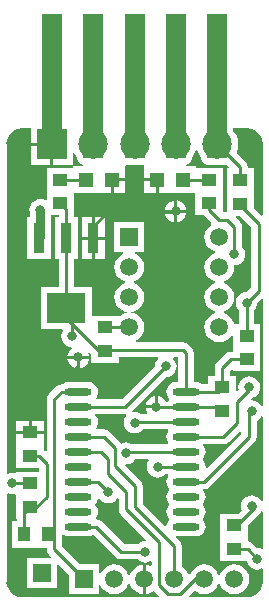
<source format=gtl>
%FSTAX24Y24*%
%MOIN*%
G70*
G01*
G75*
G04 Layer_Physical_Order=1*
G04 Layer_Color=255*
%ADD10R,0.0512X0.0394*%
%ADD11O,0.0906X0.0236*%
%ADD12R,0.0394X0.0512*%
%ADD13R,0.1299X0.1004*%
%ADD14R,0.0374X0.1004*%
%ADD15R,0.0472X0.0512*%
%ADD16C,0.0100*%
%ADD17C,0.0300*%
%ADD18R,0.0650X0.4803*%
%ADD19C,0.0591*%
%ADD20R,0.0591X0.0591*%
%ADD21C,0.0984*%
%ADD22R,0.0984X0.0984*%
%ADD23C,0.0320*%
G36*
X242238Y186172D02*
Y186106D01*
X241089Y184957D01*
X241044Y184979D01*
X241047Y185D01*
X241036Y185083D01*
X241004Y18516D01*
X240953Y185226D01*
Y185273D01*
X241004Y185339D01*
X241036Y185417D01*
X241047Y1855D01*
X241036Y185583D01*
X241004Y18566D01*
X240953Y185726D01*
X240959Y185745D01*
X24164D01*
X241738Y185764D01*
X24182Y185819D01*
X24182Y185819D01*
X24182Y185819D01*
X242192Y186191D01*
X242238Y186172D01*
D02*
G37*
G36*
X23841Y186704D02*
X23837Y186652D01*
X238334Y186564D01*
X238321Y18647D01*
X238334Y186376D01*
X23837Y186289D01*
X238428Y186213D01*
X238503Y186156D01*
X23859Y186119D01*
X238684Y186107D01*
X238778Y186119D01*
X238866Y186156D01*
X238941Y186213D01*
X238965Y186245D01*
X239787D01*
X239809Y1862D01*
X239779Y18616D01*
X239747Y186083D01*
X239736Y186D01*
X239747Y185917D01*
X239779Y185839D01*
X239809Y185799D01*
X239787Y185755D01*
X238594D01*
X238582Y185764D01*
X238494Y1858D01*
X2384Y185813D01*
X238306Y1858D01*
X238233Y18577D01*
X23822Y18579D01*
X23783Y18618D01*
X237748Y186235D01*
X23765Y186255D01*
X237413D01*
X237391Y186299D01*
X237421Y186339D01*
X237453Y186417D01*
X237464Y1865D01*
X237453Y186583D01*
X237421Y18666D01*
X23737Y186726D01*
X237376Y186745D01*
X238374D01*
X238384Y186747D01*
X23841Y186704D01*
D02*
G37*
G36*
X240136Y18782D02*
X240057D01*
X239974Y18781D01*
X239896Y187777D01*
X23983Y187726D01*
X239779Y18766D01*
X239747Y187583D01*
X239736Y1875D01*
X239747Y187417D01*
X239779Y187339D01*
X23983Y187273D01*
Y187226D01*
X23978Y187162D01*
X23973Y187168D01*
X239725Y187181D01*
X239667Y187256D01*
X239592Y187314D01*
X239505Y18735D01*
X239461Y187356D01*
Y186999D01*
X239411D01*
Y18695D01*
X239054D01*
X23906Y186906D01*
X239096Y186818D01*
X239111Y186799D01*
X239088Y186754D01*
X238905D01*
X238866Y186785D01*
X238778Y186821D01*
X238684Y186833D01*
X238627Y186826D01*
X238605Y186871D01*
X239715Y187981D01*
X239718Y18798D01*
X239812Y187993D01*
X239899Y188029D01*
X239974Y188087D01*
X240032Y188162D01*
X240068Y188249D01*
X240081Y188343D01*
X240068Y188437D01*
X240032Y188525D01*
X239974Y1886D01*
X239972Y188602D01*
X239988Y18865D01*
X240136D01*
Y18782D01*
D02*
G37*
G36*
X242563Y192992D02*
Y190979D01*
X242417Y190832D01*
X242415Y190833D01*
X242321Y19082D01*
X242233Y190784D01*
X242158Y190726D01*
X2421Y190651D01*
X242064Y190563D01*
X242051Y190469D01*
X242064Y190375D01*
X2421Y190288D01*
X242158Y190213D01*
X24216Y190211D01*
Y189764D01*
X241985D01*
X241983Y189779D01*
X241933Y189899D01*
X241853Y190003D01*
X24175Y190082D01*
X241647Y190125D01*
Y190175D01*
X24175Y190217D01*
X241853Y190296D01*
X241933Y1904D01*
X241983Y19052D01*
X242Y19065D01*
X241983Y190779D01*
X241933Y190899D01*
X241853Y191003D01*
X24175Y191082D01*
X241647Y191125D01*
Y191175D01*
X24175Y191217D01*
X241853Y191296D01*
X241933Y1914D01*
X241983Y19152D01*
X242Y19165D01*
X241993Y191702D01*
X242011Y19172D01*
X242105Y191733D01*
X242193Y191769D01*
X242268Y191827D01*
X242325Y191902D01*
X242362Y19199D01*
X242374Y192084D01*
X242362Y192178D01*
X242325Y192265D01*
X242268Y19234D01*
X242266Y192342D01*
Y192989D01*
X242247Y193087D01*
X242191Y193169D01*
X242047Y193314D01*
X242066Y19336D01*
X242195D01*
X242563Y192992D01*
D02*
G37*
G36*
X242957Y190586D02*
Y187033D01*
X242908Y187023D01*
X242905Y187031D01*
X242847Y187106D01*
X242772Y187164D01*
X242684Y1872D01*
X24259Y187213D01*
X242568Y187257D01*
X242621Y18731D01*
X242682Y187335D01*
X242757Y187393D01*
X242814Y187468D01*
X242851Y187556D01*
X242863Y18765D01*
X242851Y187744D01*
X242814Y187831D01*
X242757Y187906D01*
X242682Y187964D01*
X242594Y188D01*
X2425Y188013D01*
X242406Y188D01*
X242318Y187964D01*
X242243Y187906D01*
X242186Y187831D01*
X242149Y187744D01*
X242137Y18765D01*
X242149Y187559D01*
X242102Y187512D01*
X242056Y187531D01*
Y18804D01*
X241855D01*
Y188191D01*
X241912Y188249D01*
X241959Y188229D01*
Y188183D01*
X24287D01*
Y18897D01*
Y189764D01*
X242669D01*
Y190211D01*
X242671Y190213D01*
X242729Y190288D01*
X242765Y190375D01*
X242778Y190469D01*
X242777Y190472D01*
X242911Y190605D01*
X242957Y190586D01*
D02*
G37*
G36*
Y183498D02*
Y182293D01*
X242915Y182265D01*
X242863Y182287D01*
X242769Y182299D01*
X242767Y182299D01*
X242629Y182436D01*
X242546Y182491D01*
X242456Y182509D01*
Y182646D01*
Y183045D01*
X24288Y183469D01*
X242909Y183512D01*
X242957Y183498D01*
D02*
G37*
G36*
X234512Y184093D02*
X234606Y18408D01*
X2347Y184093D01*
X234703Y184093D01*
X234744Y184066D01*
Y184046D01*
Y183259D01*
X234751D01*
Y183206D01*
X234609D01*
Y182294D01*
X235745D01*
Y18225D01*
X235765Y182152D01*
X23582Y182069D01*
X235898Y181991D01*
X235879Y181945D01*
X235105D01*
Y180954D01*
X236095D01*
Y181729D01*
X236141Y181748D01*
X236505Y181384D01*
Y180754D01*
X237495D01*
Y181046D01*
X237544Y181056D01*
X237567Y181D01*
X237647Y180896D01*
X23775Y180817D01*
X237871Y180767D01*
X238Y18075D01*
X238129Y180767D01*
X23825Y180817D01*
X238353Y180896D01*
X238433Y181D01*
X238475Y181102D01*
X238525D01*
X238567Y181D01*
X238647Y180896D01*
X23875Y180817D01*
X238871Y180767D01*
X23895Y180757D01*
Y18125D01*
Y181743D01*
X238871Y181732D01*
X23875Y181682D01*
X238647Y181603D01*
X238567Y181499D01*
X238525Y181397D01*
X238475D01*
X238433Y181499D01*
X238353Y181603D01*
X23825Y181682D01*
X238129Y181732D01*
X238Y181749D01*
X237871Y181732D01*
X23775Y181682D01*
X237647Y181603D01*
X237567Y181499D01*
X237544Y181444D01*
X237495Y181453D01*
Y181745D01*
X236865D01*
X236255Y182355D01*
Y18271D01*
X2363Y182732D01*
X236314Y182722D01*
X236391Y18269D01*
X236474Y182679D01*
X237143D01*
X237226Y18269D01*
X237304Y182722D01*
X237314Y182729D01*
X238061Y181982D01*
X238144Y181927D01*
X238241Y181907D01*
X238786D01*
X238788Y181906D01*
X238863Y181848D01*
X23895Y181812D01*
X239044Y181799D01*
X239138Y181812D01*
X239208Y181841D01*
X23925Y181813D01*
Y181727D01*
X239208Y181699D01*
X239129Y181732D01*
X23905Y181743D01*
Y18125D01*
Y180757D01*
X239129Y180767D01*
X23925Y180817D01*
X239314Y180866D01*
X239324Y180864D01*
X239324Y180864D01*
X239324Y180864D01*
D01*
X239324Y180864D01*
X239497Y180692D01*
X239478Y180646D01*
X234944D01*
X234931Y180643D01*
X234805Y180659D01*
X234676Y180713D01*
X234564Y180798D01*
X234479Y18091D01*
X234425Y181039D01*
X234409Y181164D01*
X234412Y181178D01*
Y184089D01*
X234453Y184117D01*
X234512Y184093D01*
D02*
G37*
G36*
X238145Y18393D02*
Y183578D01*
X238165Y183481D01*
X23822Y183398D01*
X239047Y182571D01*
X239031Y182524D01*
X23895Y182513D01*
X238863Y182477D01*
X238788Y182419D01*
X238786Y182417D01*
X238347D01*
X237584Y18318D01*
X237502Y183235D01*
X237404Y183255D01*
X237404Y183317D01*
X237421Y183339D01*
X237453Y183417D01*
X237464Y1835D01*
X237453Y183583D01*
X237421Y18366D01*
X23737Y183726D01*
Y183773D01*
X237421Y183839D01*
X237453Y183917D01*
X237455Y183932D01*
X237504Y183945D01*
X237543Y183893D01*
X237618Y183835D01*
X237706Y183799D01*
X2378Y183786D01*
X237894Y183799D01*
X237982Y183835D01*
X238057Y183893D01*
X238098Y183946D01*
X238145Y18393D01*
D02*
G37*
G36*
X23915Y1852D02*
X239136Y185181D01*
X239099Y185094D01*
X239087Y185D01*
X239099Y184906D01*
X239136Y184818D01*
X239193Y184743D01*
X239268Y184685D01*
X239356Y184649D01*
X23945Y184636D01*
X239544Y184649D01*
X239632Y184685D01*
X239707Y184743D01*
X239708Y184745D01*
X239787D01*
X239809Y1847D01*
X239779Y18466D01*
X239747Y184583D01*
X239736Y1845D01*
X239747Y184417D01*
X239779Y184339D01*
X23983Y184273D01*
Y184226D01*
X239779Y18416D01*
X239747Y184083D01*
X239736Y184D01*
X239747Y183917D01*
X239779Y183839D01*
X23983Y183773D01*
Y183726D01*
X239779Y18366D01*
X239747Y183583D01*
X239736Y1835D01*
X239747Y183417D01*
X239779Y183339D01*
X23983Y183273D01*
Y183226D01*
X239779Y18316D01*
X239747Y183083D01*
X239741Y183036D01*
X239693Y18302D01*
X238955Y183758D01*
Y18435D01*
X238936Y184447D01*
X23888Y18453D01*
X238367Y185043D01*
X238389Y185088D01*
X2384Y185086D01*
X238494Y185099D01*
X238582Y185135D01*
X238657Y185193D01*
X238697Y185245D01*
X239128D01*
X23915Y1852D01*
D02*
G37*
G36*
X242957Y186666D02*
Y183851D01*
X242908Y183842D01*
X242896Y183869D01*
X242839Y183945D01*
X242763Y184002D01*
X242676Y184039D01*
X242582Y184051D01*
X242488Y184039D01*
X2424Y184002D01*
X242325Y183945D01*
X242267Y183869D01*
X242231Y183782D01*
X242219Y183688D01*
X242231Y183594D01*
X242247Y183557D01*
X24213Y18344D01*
X241544D01*
Y182646D01*
Y181859D01*
X242416D01*
X242418Y181842D01*
X242454Y181754D01*
X242512Y181679D01*
X242587Y181621D01*
X242675Y181585D01*
X242769Y181573D01*
X242863Y181585D01*
X242915Y181607D01*
X242957Y181579D01*
Y181178D01*
X24296Y181164D01*
X242943Y181039D01*
X242889Y18091D01*
X242804Y180798D01*
X242693Y180713D01*
X242563Y180659D01*
X242438Y180643D01*
X242424Y180646D01*
X240522D01*
X240503Y180692D01*
X240681Y18087D01*
X24075Y180817D01*
X240871Y180767D01*
X241Y18075D01*
X241129Y180767D01*
X24125Y180817D01*
X241353Y180896D01*
X241433Y181D01*
X241475Y181102D01*
X241525D01*
X241567Y181D01*
X241647Y180896D01*
X24175Y180817D01*
X241871Y180767D01*
X242Y18075D01*
X242129Y180767D01*
X24225Y180817D01*
X242353Y180896D01*
X242433Y181D01*
X242483Y18112D01*
X2425Y18125D01*
X242483Y181379D01*
X242433Y181499D01*
X242353Y181603D01*
X24225Y181682D01*
X242129Y181732D01*
X242Y181749D01*
X241871Y181732D01*
X24175Y181682D01*
X241647Y181603D01*
X241567Y181499D01*
X241525Y181397D01*
X241475D01*
X241433Y181499D01*
X241353Y181603D01*
X24125Y181682D01*
X241129Y181732D01*
X241Y181749D01*
X240871Y181732D01*
X24075Y181682D01*
X240647Y181603D01*
X240567Y181499D01*
X240546Y181447D01*
X24052Y18143D01*
X24051Y18142D01*
X240461Y18143D01*
X240433Y181499D01*
X240353Y181603D01*
X240255Y181678D01*
Y182352D01*
X240236Y18245D01*
X24018Y182533D01*
X240049Y182664D01*
X240057Y182679D01*
X240726D01*
X240809Y18269D01*
X240886Y182722D01*
X240953Y182773D01*
X241004Y182839D01*
X241036Y182917D01*
X241047Y183D01*
X241036Y183083D01*
X241004Y18316D01*
X240953Y183226D01*
Y183273D01*
X241004Y183339D01*
X241036Y183417D01*
X241047Y1835D01*
X241036Y183583D01*
X241004Y18366D01*
X240953Y183726D01*
Y183773D01*
X241004Y183839D01*
X241036Y183917D01*
X241047Y184D01*
X241036Y184083D01*
X241004Y18416D01*
X240953Y184226D01*
X240959Y184245D01*
X240992D01*
X24109Y184264D01*
X241172Y184319D01*
X242674Y185821D01*
X242729Y185903D01*
X242748Y186001D01*
Y186525D01*
X242772Y186535D01*
X242847Y186593D01*
X242905Y186668D01*
X242908Y186676D01*
X242957Y186666D01*
D02*
G37*
G36*
X240798Y195479D02*
X240862Y195359D01*
X240911Y195298D01*
Y195273D01*
X240927Y195195D01*
X240971Y195128D01*
X241037Y195084D01*
X241115Y195069D01*
X241286D01*
X241304Y195063D01*
X24144Y19505D01*
X241576Y195063D01*
X241595Y195069D01*
X241756D01*
X241837Y194987D01*
X241818Y194941D01*
X241752D01*
Y194147D01*
Y19349D01*
X24162D01*
Y194167D01*
Y194961D01*
X240735D01*
Y19502D01*
X240397D01*
X240392Y19507D01*
X240465Y195084D01*
X240531Y195128D01*
X240575Y195195D01*
X240591Y195273D01*
Y195298D01*
X24064Y195359D01*
X240705Y195479D01*
X240726Y19555D01*
X240776D01*
X240798Y195479D01*
D02*
G37*
G36*
X242563Y196264D02*
X242693Y19621D01*
X242804Y196125D01*
X242889Y196014D01*
X242943Y195884D01*
X24296Y195759D01*
X242957Y195745D01*
Y193384D01*
X242911Y193365D01*
X242664Y193612D01*
Y194147D01*
Y194941D01*
X242463D01*
Y194977D01*
X242443Y195075D01*
X242388Y195158D01*
X242077Y195468D01*
X242083Y195479D01*
X242122Y195609D01*
X242136Y195745D01*
X242122Y195881D01*
X242083Y196011D01*
X242018Y196131D01*
X241969Y196192D01*
Y196278D01*
X242424D01*
X242438Y19628D01*
X242563Y196264D01*
D02*
G37*
G36*
X238996Y19502D02*
X238996D01*
Y194614D01*
X239432D01*
Y194564D01*
X239482D01*
Y194108D01*
X240709D01*
Y19338D01*
X240984D01*
X241241Y193123D01*
X241238Y193073D01*
X241147Y193003D01*
X241067Y192899D01*
X241017Y192779D01*
X241Y19265D01*
X241017Y19252D01*
X241067Y1924D01*
X241147Y192296D01*
X24125Y192217D01*
X241353Y192175D01*
Y192125D01*
X24125Y192082D01*
X241147Y192003D01*
X241067Y191899D01*
X241017Y191779D01*
X241Y19165D01*
X241017Y19152D01*
X241067Y1914D01*
X241147Y191296D01*
X24125Y191217D01*
X241353Y191175D01*
Y191125D01*
X24125Y191082D01*
X241147Y191003D01*
X241067Y190899D01*
X241017Y190779D01*
X241Y19065D01*
X241017Y19052D01*
X241067Y1904D01*
X241147Y190296D01*
X24125Y190217D01*
X241353Y190175D01*
Y190125D01*
X24125Y190082D01*
X241147Y190003D01*
X241067Y189899D01*
X241017Y189779D01*
X241Y18965D01*
X241017Y18952D01*
X241067Y1894D01*
X241147Y189296D01*
X24125Y189217D01*
X241371Y189167D01*
X2415Y18915D01*
X241629Y189167D01*
X24175Y189217D01*
X241853Y189296D01*
X241911Y189372D01*
X241959Y189356D01*
Y18897D01*
Y188835D01*
X241883D01*
X241786Y188815D01*
X241703Y18876D01*
X24142Y188477D01*
X241364Y188394D01*
X241345Y188297D01*
Y18804D01*
X241144D01*
Y187754D01*
X240916D01*
X240886Y187777D01*
X240809Y18781D01*
X240726Y18782D01*
X240646D01*
Y188802D01*
X240627Y188899D01*
X240572Y188982D01*
X240469Y189085D01*
X240386Y18914D01*
X240289Y189159D01*
X238739D01*
X238729Y189208D01*
X23875Y189217D01*
X238853Y189296D01*
X238933Y1894D01*
X238983Y18952D01*
X239Y18965D01*
X238983Y189779D01*
X238933Y189899D01*
X238853Y190003D01*
X23875Y190082D01*
X238629Y190132D01*
X2385Y190149D01*
X238371Y190132D01*
X23825Y190082D01*
X23818Y190028D01*
X238156Y19004D01*
Y19004D01*
X238156Y19004D01*
X23725D01*
Y19098D01*
X236655D01*
Y191919D01*
X236787D01*
Y193323D01*
X236655D01*
Y19338D01*
X23666D01*
Y194108D01*
X237886D01*
Y194564D01*
X237936D01*
Y194614D01*
X238372D01*
Y19502D01*
X238372D01*
Y195033D01*
X238408Y195069D01*
X23853D01*
X238549Y195063D01*
X238684Y19505D01*
X23882Y195063D01*
X238839Y195069D01*
X238996D01*
Y19502D01*
D02*
G37*
G36*
X234944Y196278D02*
X235236D01*
Y195795D01*
X235928D01*
Y195745D01*
X235978D01*
Y195053D01*
X23662D01*
Y195457D01*
X236669Y195469D01*
X236728Y195359D01*
X236778Y195298D01*
Y195273D01*
X236793Y195195D01*
X236837Y195128D01*
X236903Y195084D01*
X236977Y19507D01*
X236972Y19502D01*
X236634D01*
Y194961D01*
X235748D01*
Y194167D01*
Y193903D01*
X235706Y193875D01*
X235629Y193907D01*
X235535Y19392D01*
X235441Y193907D01*
X235353Y193871D01*
X235278Y193813D01*
X23522Y193738D01*
X235184Y193651D01*
X235172Y193557D01*
X235182Y19348D01*
Y193323D01*
X235107D01*
Y191919D01*
X235882D01*
Y192614D01*
X235888Y192661D01*
Y19338D01*
X236145D01*
Y193323D01*
X236013D01*
Y191919D01*
X236145D01*
Y19098D01*
X23555D01*
Y189576D01*
X236264D01*
X236286Y189532D01*
X236286Y189531D01*
X236249Y189444D01*
X236237Y18935D01*
X236249Y189256D01*
X236286Y189168D01*
X236343Y189093D01*
X236418Y189035D01*
X236506Y188999D01*
X236576Y18899D01*
X236589Y188941D01*
X236543Y188906D01*
X236486Y188831D01*
X236449Y188744D01*
X236443Y1887D01*
X237157D01*
X237151Y188744D01*
X237133Y188787D01*
X237174Y188815D01*
X237244Y188745D01*
Y188459D01*
X238156D01*
Y18865D01*
X239448D01*
X239464Y188602D01*
X239461Y1886D01*
X239403Y188525D01*
X239367Y188437D01*
X239355Y188343D01*
X239355Y188341D01*
X238268Y187255D01*
X237413D01*
X237391Y187299D01*
X237421Y187339D01*
X237453Y187417D01*
X237464Y1875D01*
X237453Y187583D01*
X237421Y18766D01*
X23737Y187726D01*
X237304Y187777D01*
X237226Y18781D01*
X237143Y18782D01*
X236474D01*
X236391Y18781D01*
X236314Y187777D01*
X236284Y187754D01*
X23625D01*
X236152Y187735D01*
X23607Y18768D01*
X23582Y18743D01*
X235765Y187347D01*
X235745Y18725D01*
Y18553D01*
X235699Y185511D01*
X235674Y185536D01*
X235656Y185548D01*
Y185746D01*
Y186093D01*
X234744D01*
Y185746D01*
Y184959D01*
X235495D01*
Y18484D01*
X234744D01*
Y184821D01*
X234703Y184793D01*
X2347Y184794D01*
X234606Y184806D01*
X234512Y184794D01*
X234453Y18477D01*
X234412Y184797D01*
Y195745D01*
X234409Y195759D01*
X234425Y195884D01*
X234479Y196014D01*
X234564Y196125D01*
X234676Y19621D01*
X234805Y196264D01*
X234931Y19628D01*
X234944Y196278D01*
D02*
G37*
%LPC*%
G36*
X240102Y193877D02*
Y193571D01*
X240409D01*
X240403Y193615D01*
X240367Y193702D01*
X240309Y193777D01*
X240234Y193835D01*
X240146Y193871D01*
X240102Y193877D01*
D02*
G37*
G36*
X237693Y193323D02*
X237356D01*
Y192671D01*
X237693D01*
Y193323D01*
D02*
G37*
G36*
X23515Y18654D02*
X234744D01*
Y186193D01*
X23515D01*
Y18654D01*
D02*
G37*
G36*
X240002Y193877D02*
X239958Y193871D01*
X239871Y193835D01*
X239796Y193777D01*
X239738Y193702D01*
X239702Y193615D01*
X239696Y193571D01*
X240002D01*
Y193877D01*
D02*
G37*
G36*
Y193471D02*
X239696D01*
X239702Y193427D01*
X239738Y193339D01*
X239796Y193264D01*
X239871Y193206D01*
X239958Y19317D01*
X240002Y193164D01*
Y193471D01*
D02*
G37*
G36*
X235878Y195695D02*
X235236D01*
Y195053D01*
X235878D01*
Y195695D01*
D02*
G37*
G36*
X238372Y194514D02*
X237986D01*
Y194108D01*
X238372D01*
Y194514D01*
D02*
G37*
G36*
X239382D02*
X238996D01*
Y194108D01*
X239382D01*
Y194514D01*
D02*
G37*
G36*
X235656Y18654D02*
X23525D01*
Y186193D01*
X235656D01*
Y18654D01*
D02*
G37*
G36*
X238995Y193145D02*
X238005D01*
Y192154D01*
X238296D01*
X238306Y192105D01*
X23825Y192082D01*
X238147Y192003D01*
X238067Y191899D01*
X238017Y191779D01*
X238Y19165D01*
X238017Y19152D01*
X238067Y1914D01*
X238147Y191296D01*
X23825Y191217D01*
X238353Y191175D01*
Y191125D01*
X23825Y191082D01*
X238147Y191003D01*
X238067Y190899D01*
X238017Y190779D01*
X238Y19065D01*
X238017Y19052D01*
X238067Y1904D01*
X238147Y190296D01*
X23825Y190217D01*
X238371Y190167D01*
X2385Y19015D01*
X238629Y190167D01*
X23875Y190217D01*
X238853Y190296D01*
X238933Y1904D01*
X238983Y19052D01*
X239Y19065D01*
X238983Y190779D01*
X238933Y190899D01*
X238853Y191003D01*
X23875Y191082D01*
X238647Y191125D01*
Y191175D01*
X23875Y191217D01*
X238853Y191296D01*
X238933Y1914D01*
X238983Y19152D01*
X239Y19165D01*
X238983Y191779D01*
X238933Y191899D01*
X238853Y192003D01*
X23875Y192082D01*
X238694Y192105D01*
X238704Y192154D01*
X238995D01*
Y193145D01*
D02*
G37*
G36*
X237157Y1886D02*
X23685D01*
Y188293D01*
X236894Y188299D01*
X236982Y188335D01*
X237057Y188393D01*
X237114Y188468D01*
X237151Y188556D01*
X237157Y1886D01*
D02*
G37*
G36*
X237256Y192571D02*
X236919D01*
Y191919D01*
X237256D01*
Y192571D01*
D02*
G37*
G36*
X240409Y193471D02*
X240102D01*
Y193164D01*
X240146Y19317D01*
X240234Y193206D01*
X240309Y193264D01*
X240367Y193339D01*
X240403Y193427D01*
X240409Y193471D01*
D02*
G37*
G36*
X237256Y193323D02*
X236919D01*
Y192671D01*
X237256D01*
Y193323D01*
D02*
G37*
G36*
X239361Y187356D02*
X239317Y18735D01*
X239229Y187314D01*
X239154Y187256D01*
X239096Y187181D01*
X23906Y187094D01*
X239054Y18705D01*
X239361D01*
Y187356D01*
D02*
G37*
G36*
X23675Y1886D02*
X236443D01*
X236449Y188556D01*
X236486Y188468D01*
X236543Y188393D01*
X236618Y188335D01*
X236706Y188299D01*
X23675Y188293D01*
Y1886D01*
D02*
G37*
G36*
X237693Y192571D02*
X237356D01*
Y191919D01*
X237693D01*
Y192571D01*
D02*
G37*
%LPD*%
D10*
X2377Y188856D02*
D03*
Y189643D02*
D03*
X2416Y186856D02*
D03*
Y187643D02*
D03*
X2352Y186143D02*
D03*
Y185356D02*
D03*
Y183656D02*
D03*
Y184443D02*
D03*
X236204Y193776D02*
D03*
Y194564D02*
D03*
X242Y182256D02*
D03*
Y183043D02*
D03*
X241165Y193776D02*
D03*
Y194564D02*
D03*
X242415Y189367D02*
D03*
Y18858D02*
D03*
X242208Y194544D02*
D03*
Y193757D02*
D03*
D11*
X236809Y1875D02*
D03*
Y187D02*
D03*
Y1865D02*
D03*
Y186D02*
D03*
Y1855D02*
D03*
Y185D02*
D03*
Y1845D02*
D03*
Y184D02*
D03*
Y1835D02*
D03*
Y183D02*
D03*
X240391Y1875D02*
D03*
Y187D02*
D03*
Y1865D02*
D03*
Y186D02*
D03*
Y1855D02*
D03*
Y185D02*
D03*
Y1845D02*
D03*
Y184D02*
D03*
Y1835D02*
D03*
Y183D02*
D03*
D12*
X235006Y18275D02*
D03*
X235794D02*
D03*
D13*
X2364Y190278D02*
D03*
D14*
X235494Y192621D02*
D03*
X2364D02*
D03*
X237306D02*
D03*
D15*
X23707Y194564D02*
D03*
X237936D02*
D03*
X239432D02*
D03*
X240298D02*
D03*
D16*
X23945Y185D02*
X240391D01*
X23845Y1855D02*
X240391D01*
X2384Y18545D02*
X23845Y1855D01*
X242Y183043D02*
X242094D01*
X23765Y186D02*
X23804Y18561D01*
X236809Y186D02*
X23765D01*
X239505Y181044D02*
X239795Y180754D01*
X240205D01*
X2407Y18125D01*
X241D01*
X241894Y18215D02*
X242Y182256D01*
X236809Y1855D02*
X23755D01*
X23779Y18526D01*
X2425Y18755D02*
Y18765D01*
X240391Y187D02*
X241456D01*
X2416Y186856D01*
X240391Y1875D02*
X241456D01*
X2416Y187643D01*
X23625Y1875D02*
X236809D01*
X23804Y18501D02*
Y18561D01*
Y18501D02*
X2387Y18435D01*
X23779Y18476D02*
X2384Y18415D01*
X23779Y18476D02*
Y18526D01*
X236809Y1845D02*
X23745D01*
X2378Y18415D01*
X237706Y18965D02*
X2385D01*
X236Y18225D02*
X237Y18125D01*
X236Y18225D02*
Y18725D01*
X23625Y1875D01*
X235006Y18275D02*
Y183462D01*
X2352Y183656D01*
Y185356D02*
X235494D01*
X23575Y1851D01*
Y184D02*
Y1851D01*
X235406Y183656D02*
X23575Y184D01*
X2352Y183656D02*
X235406D01*
X2352Y186143D02*
Y18725D01*
X2358Y18785D02*
X2363D01*
X2368Y18835D01*
Y18865D01*
X234606Y184443D02*
X2352D01*
X2353D01*
X235494Y192621D02*
X235535Y192661D01*
X2364Y190278D02*
Y192621D01*
X238684Y18647D02*
X238714Y1865D01*
X240391D01*
X239411Y187D02*
X240391D01*
Y186D02*
X24164D01*
X236236Y190114D02*
X2364Y190278D01*
X235818Y1901D02*
X235991D01*
X237306Y192621D02*
Y193018D01*
X2352Y18725D02*
X2358Y18785D01*
X2421Y18715D02*
X2425Y18755D01*
X24164Y186D02*
X2421Y186459D01*
Y18715D01*
X242493Y186743D02*
X2426Y18685D01*
X240391Y1845D02*
X240992D01*
X242493Y186001D01*
Y186743D01*
X236809Y183D02*
X237404D01*
X2387Y183652D02*
Y18435D01*
Y183652D02*
X24Y182352D01*
Y18125D02*
Y182352D01*
X2384Y183578D02*
Y18415D01*
Y183578D02*
X239505Y182474D01*
Y181044D02*
Y182474D01*
X237404Y183D02*
X238241Y182162D01*
X239044D01*
X2364Y18995D02*
X2366Y18975D01*
X2364Y18995D02*
Y190278D01*
X2366Y18935D02*
Y18975D01*
X242Y182256D02*
X242449D01*
X242769Y181936D01*
X242094Y183043D02*
X2427Y18365D01*
X242662Y183688D02*
X2427Y18365D01*
X242543Y183688D02*
X242662D01*
X241165Y19356D02*
Y193776D01*
Y19356D02*
X241489Y193235D01*
X241765D01*
X242011Y192989D01*
Y192084D02*
X24207D01*
X242011D02*
Y192989D01*
X240391Y1875D02*
Y188802D01*
X240289Y188904D02*
X240391Y188802D01*
X2366Y18975D02*
X237445Y188904D01*
X238374Y187D02*
X239718Y188343D01*
X236809Y187D02*
X238374D01*
X2416Y187643D02*
Y188297D01*
X241883Y18858D01*
X242415D01*
X242208Y193708D02*
Y193757D01*
Y193708D02*
X242818Y193097D01*
Y190873D02*
Y193097D01*
X242415Y190469D02*
X242818Y190873D01*
X242415Y189367D02*
Y190469D01*
X2364Y192621D02*
Y19358D01*
X236204Y193776D02*
X2364Y19358D01*
X236236Y190114D02*
X2364Y18995D01*
X237445Y188904D02*
X240289D01*
X237306Y193018D02*
X237789Y193501D01*
X237936Y19354D02*
Y194564D01*
X239432Y193511D02*
Y194564D01*
X236204D02*
X23707D01*
X237789Y193501D02*
X240052D01*
X24144Y195745D02*
X242208Y194977D01*
Y194544D02*
Y194977D01*
X240298Y194564D02*
X241165D01*
D17*
X235535Y192661D02*
Y193557D01*
D18*
X235928Y197674D02*
D03*
X237306D02*
D03*
X238684D02*
D03*
X240062D02*
D03*
X24144D02*
D03*
D19*
X2415Y18965D02*
D03*
Y19065D02*
D03*
Y19165D02*
D03*
Y19265D02*
D03*
X2385Y18965D02*
D03*
Y19065D02*
D03*
Y19165D02*
D03*
X242Y18125D02*
D03*
X241D02*
D03*
X24D02*
D03*
X239D02*
D03*
X238D02*
D03*
D20*
X2385Y19265D02*
D03*
X2356Y18145D02*
D03*
X237Y18125D02*
D03*
D21*
X24144Y195745D02*
D03*
X238684D02*
D03*
X240062D02*
D03*
X237306D02*
D03*
D22*
X235928D02*
D03*
D23*
X23945Y185D02*
D03*
X2384Y18545D02*
D03*
X24259Y18685D02*
D03*
X2425Y18765D02*
D03*
X2378Y18415D02*
D03*
X234606Y184443D02*
D03*
X2366Y18935D02*
D03*
X2368Y18865D02*
D03*
X235535Y193557D02*
D03*
X238684Y18647D02*
D03*
X239411Y187D02*
D03*
X240052Y193521D02*
D03*
X239044Y182162D02*
D03*
X242769Y181936D02*
D03*
X242582Y183688D02*
D03*
X242011Y192084D02*
D03*
X239718Y188343D02*
D03*
X242415Y190469D02*
D03*
M02*

</source>
